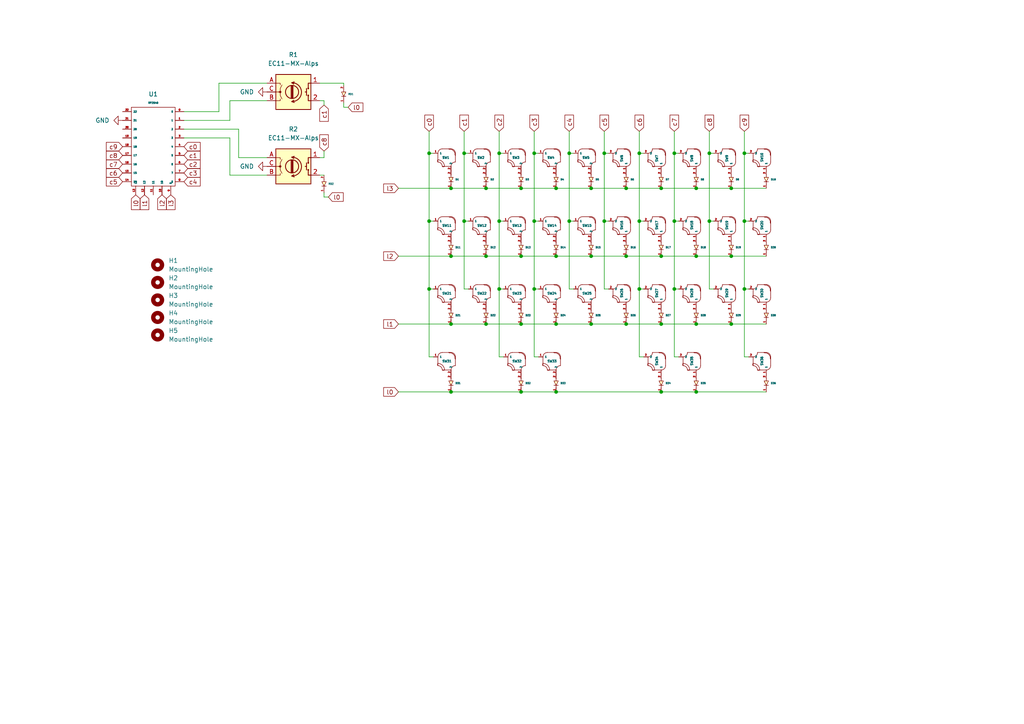
<source format=kicad_sch>
(kicad_sch (version 20211123) (generator eeschema)
  (paper "A4")
  (lib_symbols
    (symbol "Mechanical:MountingHole" (pin_names (offset 1.016))
      (property "Reference" "H" (at 0 5.08 0))
      (property "Value" "MountingHole" (at 0 3.175 0))
      (symbol "MountingHole_0_1"
        (circle (center 0 0) (radius 1.27) (stroke (width 1.27)))
      )
    )
    (symbol "keyb:Diode"
      (property "Reference" "D" (at -0.635 -1.27 0))
      (symbol "Diode_0_1"
        (polyline (pts (xy -1.27 0) (xy -0.635 0)))
        (polyline (pts (xy 0.635 0) (xy 1.27 0)))
        (polyline (pts (xy -0.635 0.635) (xy -0.635 -0.635) (xy -0.635 0)))
        (polyline (pts (xy -0.635 0) (xy 0.635 0.635) (xy 0.635 -0.635) (xy -0.635 0)) (fill (type background)))
      )
      (symbol "Diode_1_1"
        (pin bidirectional line (at -2.54 0 0) (length 1.27) (name "") (number "1"))
        (pin bidirectional line (at 2.54 0 180) (length 1.27) (name "") (number "2"))
      )
    )
    (symbol "keyb:EC11-MX-Alps" (pin_names (offset 0.254) hide)
      (property "Reference" "SW" (at 0 6.604 0))
      (property "Value" "EC11-MX-Alps" (at 0 -6.604 0))
      (symbol "EC11-MX-Alps_0_1"
        (rectangle (start -5.08 5.08) (end 5.08 -5.08) (stroke (width 0.254)) (fill (type background)))
        (circle (center -3.81 0) (radius 0.254) (fill (type outline)))
        (arc (start -0.381 -2.794) (mid 2.3622 -0.0508) (end -0.381 2.667) (stroke (width 0.254)))
        (circle (center -0.381 0) (radius 1.905) (stroke (width 0.254)))
        (polyline (pts (xy -0.635 -1.778) (xy -0.635 1.778)) (stroke (width 0.254)))
        (polyline (pts (xy -0.381 -1.778) (xy -0.381 1.778)) (stroke (width 0.254)))
        (polyline (pts (xy -0.127 1.778) (xy -0.127 -1.778)) (stroke (width 0.254)))
        (polyline (pts (xy 3.81 0) (xy 3.429 0)) (stroke (width 0.254)))
        (polyline (pts (xy 3.81 1.016) (xy 3.81 -1.016)) (stroke (width 0.254)))
        (polyline (pts (xy -5.08 -2.54) (xy -3.81 -2.54) (xy -3.81 -2.032)))
        (polyline (pts (xy -5.08 2.54) (xy -3.81 2.54) (xy -3.81 2.032)))
        (polyline (pts (xy 0.254 -3.048) (xy -0.508 -2.794) (xy 0.127 -2.413)) (stroke (width 0.254)))
        (polyline (pts (xy 0.254 2.921) (xy -0.508 2.667) (xy 0.127 2.286)) (stroke (width 0.254)))
        (polyline (pts (xy 5.08 -2.54) (xy 4.318 -2.54) (xy 4.318 -1.016)) (stroke (width 0.254)))
        (polyline (pts (xy 5.08 2.54) (xy 4.318 2.54) (xy 4.318 1.016)) (stroke (width 0.254)))
        (polyline (pts (xy -5.08 0) (xy -3.81 0) (xy -3.81 -1.016) (xy -3.302 -2.032)))
        (polyline (pts (xy -4.318 0) (xy -3.81 0) (xy -3.81 1.016) (xy -3.302 2.032)))
        (circle (center 4.318 -1.016) (radius 0.127) (stroke (width 0.254)))
        (circle (center 4.318 1.016) (radius 0.127) (stroke (width 0.254)))
      )
      (symbol "EC11-MX-Alps_1_1"
        (pin passive line (at 7.62 2.54 180) (length 2.54) (name "1") (number "1"))
        (pin passive line (at 7.62 -2.54 180) (length 2.54) (name "2") (number "2"))
        (pin passive line (at -7.62 2.54 0) (length 2.54) (name "A") (number "A"))
        (pin passive line (at -7.62 -2.54 0) (length 2.54) (name "B") (number "B"))
        (pin passive line (at -7.62 0 0) (length 2.54) (name "C") (number "C"))
      )
    )
    (symbol "keyb:RP2040"
      (property "Reference" "U" (at 0 1.27 0))
      (property "Value" "RP2040" (at 0 -2.54 0))
      (symbol "RP2040_0_1"
        (rectangle (start -6.35 11.43) (end 6.35 -11.43))
      )
      (symbol "RP2040_1_1"
        (pin bidirectional line (at 8.89 10.16 180) (length 2.54) (name "0") (number "0"))
        (pin bidirectional line (at 8.89 7.62 180) (length 2.54) (name "1") (number "1"))
        (pin bidirectional line (at 2.54 -13.97 90) (length 2.54) (name "10") (number "10"))
        (pin bidirectional line (at 0 -13.97 90) (length 2.54) (name "11") (number "11"))
        (pin bidirectional line (at -2.54 -13.97 90) (length 2.54) (name "12") (number "12"))
        (pin bidirectional line (at -5.08 -13.97 90) (length 2.54) (name "13") (number "13"))
        (pin bidirectional line (at -8.89 -10.16 0) (length 2.54) (name "14") (number "14"))
        (pin bidirectional line (at -8.89 -7.62 0) (length 2.54) (name "15") (number "15"))
        (pin bidirectional line (at -8.89 -5.08 0) (length 2.54) (name "16") (number "16"))
        (pin bidirectional line (at -8.89 -2.54 0) (length 2.54) (name "17") (number "17"))
        (pin bidirectional line (at -8.89 0 0) (length 2.54) (name "18") (number "18"))
        (pin bidirectional line (at -8.89 2.54 0) (length 2.54) (name "19") (number "19"))
        (pin bidirectional line (at 8.89 5.08 180) (length 2.54) (name "2") (number "2"))
        (pin bidirectional line (at -8.89 5.08 0) (length 2.54) (name "20") (number "20"))
        (pin bidirectional line (at -8.89 7.62 0) (length 2.54) (name "21") (number "21"))
        (pin bidirectional line (at -8.89 10.16 0) (length 2.54) (name "22") (number "22"))
        (pin bidirectional line (at 8.89 2.54 180) (length 2.54) (name "3") (number "3"))
        (pin bidirectional line (at 8.89 0 180) (length 2.54) (name "4") (number "4"))
        (pin bidirectional line (at 8.89 -2.54 180) (length 2.54) (name "5") (number "5"))
        (pin bidirectional line (at 8.89 -5.08 180) (length 2.54) (name "6") (number "6"))
        (pin bidirectional line (at 8.89 -7.62 180) (length 2.54) (name "7") (number "7"))
        (pin bidirectional line (at 8.89 -10.16 180) (length 2.54) (name "8") (number "8"))
        (pin bidirectional line (at 5.08 -13.97 90) (length 2.54) (name "9") (number "9"))
      )
    )
    (symbol "keyb:key"
      (property "Reference" "SW" (at 0 0 0))
      (symbol "key_0_1"
        (arc (start -2.54 -0.635) (mid -2.6715 -0.9525) (end -2.54 -1.27))
        (arc (start -1.27 -2.54) (mid -1.642 -1.642) (end -2.54 -1.27))
        (arc (start -1.27 -2.54) (mid -0.9525 -2.6715) (end -0.635 -2.54))
        (arc (start -1.27 2.54) (mid -2.168 2.168) (end -2.54 1.27))
        (arc (start -0.635 -2.54) (mid -1.1935 -1.1935) (end -2.54 -0.635))
        (polyline (pts (xy -2.54 -1.27) (xy -2.54 1.27)))
        (polyline (pts (xy -1.27 -2.54) (xy 1.27 -2.54)))
        (polyline (pts (xy 1.27 2.54) (xy -1.27 2.54)))
        (polyline (pts (xy 2.54 -1.27) (xy 2.54 1.27)))
        (arc (start 0.635 2.54) (mid 0.9525 1.7735) (end 1.27 2.54))
        (arc (start 2.54 -1.27) (mid 0.372 -0.372) (end 1.27 -2.54))
        (arc (start 2.54 0.635) (mid 3.887 3.887) (end 0.635 2.54))
        (arc (start 2.54 1.27) (mid 3.438 3.438) (end 1.27 2.54))
        (arc (start 2.54 1.27) (mid 1.7735 0.9525) (end 2.54 0.635))
      )
      (symbol "key_1_1"
        (pin bidirectional line (at -3.81 1.27 0) (length 1.27) (name "1") (number "1"))
        (pin bidirectional line (at 1.27 -3.81 90) (length 1.27) (name "2") (number "2"))
      )
    )
    (symbol "power:GND" (power) (pin_names (offset 0))
      (property "Value" "GND" (at 0 -3.81 0))
      (symbol "GND_0_1"
        (polyline (pts (xy 0 0) (xy 0 -1.27) (xy 1.27 -1.27) (xy 0 -2.54) (xy -1.27 -1.27) (xy 0 -1.27)))
      )
      (symbol "GND_1_1"
        (pin power_in line (at 0 0 270) (length 0) hide (name "GND") (number "1"))
      )
    )
  )
  (junction (at 215.9 44.45))
  (junction (at 144.78 44.45))
  (junction (at 181.61 93.98))
  (junction (at 130.81 113.665))
  (junction (at 140.97 54.61))
  (junction (at 191.77 113.665))
  (junction (at 161.29 113.665))
  (junction (at 175.26 44.45))
  (junction (at 171.45 93.98))
  (junction (at 215.9 64.135))
  (junction (at 201.93 74.295))
  (junction (at 151.13 93.98))
  (junction (at 124.46 83.82))
  (junction (at 154.94 64.135))
  (junction (at 205.74 64.135))
  (junction (at 165.1 44.45))
  (junction (at 191.77 54.61))
  (junction (at 181.61 54.61))
  (junction (at 130.81 93.98))
  (junction (at 201.93 93.98))
  (junction (at 140.97 74.295))
  (junction (at 140.97 93.98))
  (junction (at 171.45 74.295))
  (junction (at 191.77 93.98))
  (junction (at 161.29 74.295))
  (junction (at 191.77 74.295))
  (junction (at 134.62 44.45))
  (junction (at 212.09 74.295))
  (junction (at 144.78 64.135))
  (junction (at 154.94 44.45))
  (junction (at 195.58 44.45))
  (junction (at 151.13 54.61))
  (junction (at 144.78 83.82))
  (junction (at 171.45 54.61))
  (junction (at 195.58 64.135))
  (junction (at 185.42 44.45))
  (junction (at 195.58 83.82))
  (junction (at 151.13 74.295))
  (junction (at 161.29 93.98))
  (junction (at 201.93 54.61))
  (junction (at 181.61 74.295))
  (junction (at 161.29 54.61))
  (junction (at 130.81 54.61))
  (junction (at 134.62 64.135))
  (junction (at 201.93 113.665))
  (junction (at 165.1 64.135))
  (junction (at 124.46 64.135))
  (junction (at 215.9 83.82))
  (junction (at 185.42 83.82))
  (junction (at 151.13 113.665))
  (junction (at 175.26 64.135))
  (junction (at 212.09 54.61))
  (junction (at 185.42 64.135))
  (junction (at 205.74 44.45))
  (junction (at 212.09 93.98))
  (junction (at 154.94 83.82))
  (junction (at 130.81 74.295))
  (junction (at 124.46 44.45))
  (wire (pts (xy 93.98 30.48) (xy 93.98 29.21)))
  (wire (pts (xy 175.26 38.1) (xy 175.26 44.45)))
  (wire (pts (xy 171.45 93.98) (xy 181.61 93.98)))
  (wire (pts (xy 99.695 24.13) (xy 99.695 24.765)))
  (wire (pts (xy 140.97 54.61) (xy 151.13 54.61)))
  (wire (pts (xy 92.71 50.8) (xy 93.98 50.8)))
  (wire (pts (xy 215.9 44.45) (xy 217.17 44.45)))
  (wire (pts (xy 144.78 44.45) (xy 144.78 64.135)))
  (wire (pts (xy 92.71 24.13) (xy 99.695 24.13)))
  (wire (pts (xy 175.26 44.45) (xy 175.26 64.135)))
  (wire (pts (xy 99.695 31.115) (xy 100.965 31.115)))
  (wire (pts (xy 151.13 93.98) (xy 161.29 93.98)))
  (wire (pts (xy 181.61 93.98) (xy 191.77 93.98)))
  (wire (pts (xy 215.9 64.135) (xy 215.9 83.82)))
  (wire (pts (xy 151.13 54.61) (xy 161.29 54.61)))
  (wire (pts (xy 93.98 43.815) (xy 93.98 45.72)))
  (wire (pts (xy 161.29 54.61) (xy 171.45 54.61)))
  (wire (pts (xy 195.58 103.505) (xy 196.85 103.505)))
  (wire (pts (xy 69.215 45.72) (xy 77.47 45.72)))
  (wire (pts (xy 134.62 44.45) (xy 134.62 64.135)))
  (wire (pts (xy 154.94 64.135) (xy 154.94 83.82)))
  (wire (pts (xy 130.81 74.295) (xy 115.57 74.295)))
  (wire (pts (xy 181.61 54.61) (xy 191.77 54.61)))
  (wire (pts (xy 93.98 57.15) (xy 95.25 57.15)))
  (wire (pts (xy 205.74 64.135) (xy 207.01 64.135)))
  (wire (pts (xy 175.26 44.45) (xy 176.53 44.45)))
  (wire (pts (xy 212.09 93.98) (xy 222.25 93.98)))
  (wire (pts (xy 201.93 93.98) (xy 212.09 93.98)))
  (wire (pts (xy 161.29 93.98) (xy 171.45 93.98)))
  (wire (pts (xy 215.9 44.45) (xy 215.9 64.135)))
  (wire (pts (xy 154.94 103.505) (xy 156.21 103.505)))
  (wire (pts (xy 165.1 38.1) (xy 165.1 44.45)))
  (wire (pts (xy 161.29 74.295) (xy 151.13 74.295)))
  (wire (pts (xy 53.34 40.005) (xy 66.675 40.005)))
  (wire (pts (xy 154.94 44.45) (xy 154.94 64.135)))
  (wire (pts (xy 151.13 113.665) (xy 161.29 113.665)))
  (wire (pts (xy 185.42 64.135) (xy 186.69 64.135)))
  (wire (pts (xy 212.09 54.61) (xy 222.25 54.61)))
  (wire (pts (xy 201.93 54.61) (xy 212.09 54.61)))
  (wire (pts (xy 92.71 45.72) (xy 93.98 45.72)))
  (wire (pts (xy 165.1 83.82) (xy 166.37 83.82)))
  (wire (pts (xy 99.695 29.845) (xy 99.695 31.115)))
  (wire (pts (xy 77.47 29.21) (xy 66.675 29.21)))
  (wire (pts (xy 144.78 83.82) (xy 146.05 83.82)))
  (wire (pts (xy 63.5 24.13) (xy 77.47 24.13)))
  (wire (pts (xy 77.47 50.8) (xy 66.675 50.8)))
  (wire (pts (xy 201.93 113.665) (xy 222.25 113.665)))
  (wire (pts (xy 53.34 32.385) (xy 63.5 32.385)))
  (wire (pts (xy 175.26 64.135) (xy 176.53 64.135)))
  (wire (pts (xy 195.58 38.1) (xy 195.58 44.45)))
  (wire (pts (xy 130.81 54.61) (xy 140.97 54.61)))
  (wire (pts (xy 205.74 83.82) (xy 207.01 83.82)))
  (wire (pts (xy 195.58 64.135) (xy 196.85 64.135)))
  (wire (pts (xy 124.46 64.135) (xy 124.46 83.82)))
  (wire (pts (xy 175.26 64.135) (xy 175.26 83.82)))
  (wire (pts (xy 215.9 103.505) (xy 217.17 103.505)))
  (wire (pts (xy 215.9 64.135) (xy 217.17 64.135)))
  (wire (pts (xy 140.97 93.98) (xy 151.13 93.98)))
  (wire (pts (xy 195.58 44.45) (xy 195.58 64.135)))
  (wire (pts (xy 215.9 83.82) (xy 215.9 103.505)))
  (wire (pts (xy 69.215 45.72) (xy 69.215 37.465)))
  (wire (pts (xy 175.26 83.82) (xy 176.53 83.82)))
  (wire (pts (xy 53.34 34.925) (xy 66.675 34.925)))
  (wire (pts (xy 66.675 50.8) (xy 66.675 40.005)))
  (wire (pts (xy 171.45 54.61) (xy 181.61 54.61)))
  (wire (pts (xy 124.46 64.135) (xy 125.73 64.135)))
  (wire (pts (xy 130.81 113.665) (xy 151.13 113.665)))
  (wire (pts (xy 124.46 38.1) (xy 124.46 44.45)))
  (wire (pts (xy 185.42 44.45) (xy 186.69 44.45)))
  (wire (pts (xy 215.9 83.82) (xy 217.17 83.82)))
  (wire (pts (xy 124.46 83.82) (xy 125.73 83.82)))
  (wire (pts (xy 140.97 74.295) (xy 130.81 74.295)))
  (wire (pts (xy 134.62 64.135) (xy 135.89 64.135)))
  (wire (pts (xy 205.74 44.45) (xy 207.01 44.45)))
  (wire (pts (xy 144.78 103.505) (xy 146.05 103.505)))
  (wire (pts (xy 144.78 38.1) (xy 144.78 44.45)))
  (wire (pts (xy 171.45 74.295) (xy 161.29 74.295)))
  (wire (pts (xy 185.42 38.1) (xy 185.42 44.45)))
  (wire (pts (xy 205.74 44.45) (xy 205.74 64.135)))
  (wire (pts (xy 165.1 64.135) (xy 166.37 64.135)))
  (wire (pts (xy 205.74 38.1) (xy 205.74 44.45)))
  (wire (pts (xy 201.93 74.295) (xy 191.77 74.295)))
  (wire (pts (xy 115.57 113.665) (xy 130.81 113.665)))
  (wire (pts (xy 215.9 38.1) (xy 215.9 44.45)))
  (wire (pts (xy 134.62 83.82) (xy 135.89 83.82)))
  (wire (pts (xy 93.98 29.21) (xy 92.71 29.21)))
  (wire (pts (xy 154.94 83.82) (xy 156.21 83.82)))
  (wire (pts (xy 185.42 44.45) (xy 185.42 64.135)))
  (wire (pts (xy 53.34 37.465) (xy 69.215 37.465)))
  (wire (pts (xy 134.62 44.45) (xy 135.89 44.45)))
  (wire (pts (xy 124.46 44.45) (xy 124.46 64.135)))
  (wire (pts (xy 130.81 93.98) (xy 115.57 93.98)))
  (wire (pts (xy 185.42 83.82) (xy 186.69 83.82)))
  (wire (pts (xy 124.46 103.505) (xy 125.73 103.505)))
  (wire (pts (xy 115.57 54.61) (xy 130.81 54.61)))
  (wire (pts (xy 191.77 74.295) (xy 181.61 74.295)))
  (wire (pts (xy 134.62 64.135) (xy 134.62 83.82)))
  (wire (pts (xy 195.58 83.82) (xy 195.58 103.505)))
  (wire (pts (xy 191.77 113.665) (xy 201.93 113.665)))
  (wire (pts (xy 144.78 44.45) (xy 146.05 44.45)))
  (wire (pts (xy 154.94 83.82) (xy 154.94 103.505)))
  (wire (pts (xy 134.62 38.1) (xy 134.62 44.45)))
  (wire (pts (xy 205.74 64.135) (xy 205.74 83.82)))
  (wire (pts (xy 195.58 64.135) (xy 195.58 83.82)))
  (wire (pts (xy 144.78 64.135) (xy 146.05 64.135)))
  (wire (pts (xy 195.58 83.82) (xy 196.85 83.82)))
  (wire (pts (xy 151.13 74.295) (xy 140.97 74.295)))
  (wire (pts (xy 195.58 44.45) (xy 196.85 44.45)))
  (wire (pts (xy 124.46 44.45) (xy 125.73 44.45)))
  (wire (pts (xy 185.42 64.135) (xy 185.42 83.82)))
  (wire (pts (xy 185.42 103.505) (xy 186.69 103.505)))
  (wire (pts (xy 165.1 44.45) (xy 166.37 44.45)))
  (wire (pts (xy 212.09 74.295) (xy 201.93 74.295)))
  (wire (pts (xy 161.29 113.665) (xy 191.77 113.665)))
  (wire (pts (xy 185.42 83.82) (xy 185.42 103.505)))
  (wire (pts (xy 124.46 83.82) (xy 124.46 103.505)))
  (wire (pts (xy 181.61 74.295) (xy 171.45 74.295)))
  (wire (pts (xy 140.97 93.98) (xy 130.81 93.98)))
  (wire (pts (xy 63.5 24.13) (xy 63.5 32.385)))
  (wire (pts (xy 191.77 93.98) (xy 201.93 93.98)))
  (wire (pts (xy 93.98 55.88) (xy 93.98 57.15)))
  (wire (pts (xy 154.94 64.135) (xy 156.21 64.135)))
  (wire (pts (xy 165.1 44.45) (xy 165.1 64.135)))
  (wire (pts (xy 165.1 64.135) (xy 165.1 83.82)))
  (wire (pts (xy 154.94 38.1) (xy 154.94 44.45)))
  (wire (pts (xy 66.675 29.21) (xy 66.675 34.925)))
  (wire (pts (xy 191.77 54.61) (xy 201.93 54.61)))
  (wire (pts (xy 144.78 64.135) (xy 144.78 83.82)))
  (wire (pts (xy 222.25 74.295) (xy 212.09 74.295)))
  (wire (pts (xy 144.78 83.82) (xy 144.78 103.505)))
  (wire (pts (xy 154.94 44.45) (xy 156.21 44.45)))
  (global_label "c4" (shape input) (at 165.1 38.1 90) (property "Références Inter-Feuilles" "${INTERSHEET_REFS}" (effects hide)))
  (global_label "c6" (shape input) (at 35.56 50.165 180) (property "Références Inter-Feuilles" "${INTERSHEET_REFS}" (effects hide)))
  (global_label "c1" (shape input) (at 134.62 38.1 90) (property "Références Inter-Feuilles" "${INTERSHEET_REFS}" (effects hide)))
  (global_label "c7" (shape input) (at 35.56 47.625 180) (property "Références Inter-Feuilles" "${INTERSHEET_REFS}" (effects hide)))
  (global_label "l3" (shape input) (at 115.57 54.61 180) (property "Références Inter-Feuilles" "${INTERSHEET_REFS}" (effects hide)))
  (global_label "l0" (shape input) (at 95.25 57.15 0) (property "Références Inter-Feuilles" "${INTERSHEET_REFS}" (effects hide)))
  (global_label "c8" (shape input) (at 35.56 45.085 180) (property "Références Inter-Feuilles" "${INTERSHEET_REFS}" (effects hide)))
  (global_label "c7" (shape input) (at 195.58 38.1 90) (property "Références Inter-Feuilles" "${INTERSHEET_REFS}" (effects hide)))
  (global_label "l0" (shape input) (at 115.57 113.665 180) (property "Références Inter-Feuilles" "${INTERSHEET_REFS}" (effects hide)))
  (global_label "c2" (shape input) (at 53.34 47.625 0) (property "Références Inter-Feuilles" "${INTERSHEET_REFS}" (effects hide)))
  (global_label "c9" (shape input) (at 35.56 42.545 180) (property "Références Inter-Feuilles" "${INTERSHEET_REFS}" (effects hide)))
  (global_label "c0" (shape input) (at 53.34 42.545 0) (property "Références Inter-Feuilles" "${INTERSHEET_REFS}" (effects hide)))
  (global_label "c5" (shape input) (at 175.26 38.1 90) (property "Références Inter-Feuilles" "${INTERSHEET_REFS}" (effects hide)))
  (global_label "l0" (shape input) (at 39.37 56.515 270) (property "Références Inter-Feuilles" "${INTERSHEET_REFS}" (effects hide)))
  (global_label "l1" (shape input) (at 115.57 93.98 180) (property "Références Inter-Feuilles" "${INTERSHEET_REFS}" (effects hide)))
  (global_label "c4" (shape input) (at 53.34 52.705 0) (property "Références Inter-Feuilles" "${INTERSHEET_REFS}" (effects hide)))
  (global_label "c0" (shape input) (at 124.46 38.1 90) (property "Références Inter-Feuilles" "${INTERSHEET_REFS}" (effects hide)))
  (global_label "c6" (shape input) (at 185.42 38.1 90) (property "Références Inter-Feuilles" "${INTERSHEET_REFS}" (effects hide)))
  (global_label "l1" (shape input) (at 41.91 56.515 270) (property "Références Inter-Feuilles" "${INTERSHEET_REFS}" (effects hide)))
  (global_label "l3" (shape input) (at 49.53 56.515 270) (property "Références Inter-Feuilles" "${INTERSHEET_REFS}" (effects hide)))
  (global_label "l2" (shape input) (at 115.57 74.295 180) (property "Références Inter-Feuilles" "${INTERSHEET_REFS}" (effects hide)))
  (global_label "c9" (shape input) (at 215.9 38.1 90) (property "Références Inter-Feuilles" "${INTERSHEET_REFS}" (effects hide)))
  (global_label "c8" (shape input) (at 205.74 38.1 90) (property "Références Inter-Feuilles" "${INTERSHEET_REFS}" (effects hide)))
  (global_label "c5" (shape input) (at 35.56 52.705 180) (property "Références Inter-Feuilles" "${INTERSHEET_REFS}" (effects hide)))
  (global_label "c1" (shape input) (at 93.98 30.48 270) (property "Références Inter-Feuilles" "${INTERSHEET_REFS}" (effects hide)))
  (global_label "c3" (shape input) (at 154.94 38.1 90) (property "Références Inter-Feuilles" "${INTERSHEET_REFS}" (effects hide)))
  (global_label "c8" (shape input) (at 93.98 43.815 90) (property "Références Inter-Feuilles" "${INTERSHEET_REFS}" (effects hide)))
  (global_label "c3" (shape input) (at 53.34 50.165 0) (property "Références Inter-Feuilles" "${INTERSHEET_REFS}" (effects hide)))
  (global_label "c2" (shape input) (at 144.78 38.1 90) (property "Références Inter-Feuilles" "${INTERSHEET_REFS}" (effects hide)))
  (global_label "c1" (shape input) (at 53.34 45.085 0) (property "Références Inter-Feuilles" "${INTERSHEET_REFS}" (effects hide)))
  (global_label "l0" (shape input) (at 100.965 31.115 0) (property "Références Inter-Feuilles" "${INTERSHEET_REFS}" (effects hide)))
  (global_label "l2" (shape input) (at 46.99 56.515 270) (property "Références Inter-Feuilles" "${INTERSHEET_REFS}" (effects hide)))
  (symbol (lib_id "Mechanical:MountingHole") (at 45.72 76.835 0) (unit 1)
    (property "Reference" "H1" (at 48.895 75.5649 0) (effects (justify left)))
    (property "Value" "MountingHole" (at 48.895 78.1049 0) (effects (justify left)))
    (property "Footprint" "MountingHole:MountingHole_2.2mm_M2" (effects hide))
  )
  (symbol (lib_id "keyb:key") (at 170.18 85.09 0) (unit 1)
    (property "Reference" "SW25" (at 168.91 85.09 0) (effects (font (size 0.65 0.65)) (justify left)))
    (property "Value" "key" (effects hide))
    (property "Footprint" "keyb-libs:MX-5pin" (effects hide))
  )
  (symbol (lib_id "keyb:key") (at 139.7 45.72 0) (unit 1)
    (property "Reference" "SW2" (at 138.43 45.72 0) (effects (font (size 0.65 0.65)) (justify left)))
    (property "Value" "key" (effects hide))
    (property "Footprint" "keyb-libs:MX-5pin" (effects hide))
  )
  (symbol (lib_id "keyb:Diode") (at 140.97 91.44 90) (unit 1)
    (property "Reference" "D22" (at 142.24 91.44 90) (effects (font (size 0.5 0.5)) (justify right)))
    (property "Value" "Diode" (effects hide))
    (property "Footprint" "keyb-libs:Diode" (effects hide))
  )
  (symbol (lib_id "keyb:key") (at 190.5 104.775 270) (mirror x) (unit 1)
    (property "Reference" "SW34" (at 190.5 106.045 0) (effects (font (size 0.65 0.65)) (justify left)))
    (property "Value" "key" (effects hide))
    (property "Footprint" "keyb-libs:MX-5pin_stab_copy" (effects hide))
  )
  (symbol (lib_id "keyb:Diode") (at 140.97 52.07 90) (unit 1)
    (property "Reference" "D2" (at 142.24 52.07 90) (effects (font (size 0.5 0.5)) (justify right)))
    (property "Value" "Diode" (effects hide))
    (property "Footprint" "keyb-libs:Diode" (effects hide))
  )
  (symbol (lib_id "keyb:Diode") (at 171.45 71.755 90) (unit 1)
    (property "Reference" "D15" (at 172.72 71.755 90) (effects (font (size 0.5 0.5)) (justify right)))
    (property "Value" "Diode" (effects hide))
    (property "Footprint" "keyb-libs:Diode" (effects hide))
  )
  (symbol (lib_id "keyb:Diode") (at 201.93 111.125 90) (unit 1)
    (property "Reference" "D35" (at 203.2 111.125 90) (effects (font (size 0.5 0.5)) (justify right)))
    (property "Value" "Diode" (effects hide))
    (property "Footprint" "keyb-libs:Diode" (effects hide))
  )
  (symbol (lib_id "keyb:Diode") (at 130.81 71.755 90) (unit 1)
    (property "Reference" "D11" (at 132.08 71.755 90) (effects (font (size 0.5 0.5)) (justify right)))
    (property "Value" "Diode" (effects hide))
    (property "Footprint" "keyb-libs:Diode" (effects hide))
  )
  (symbol (lib_id "keyb:Diode") (at 212.09 52.07 90) (unit 1)
    (property "Reference" "D9" (at 213.36 52.07 90) (effects (font (size 0.5 0.5)) (justify right)))
    (property "Value" "Diode" (effects hide))
    (property "Footprint" "keyb-libs:Diode" (effects hide))
  )
  (symbol (lib_id "keyb:Diode") (at 222.25 71.755 90) (unit 1)
    (property "Reference" "D20" (at 223.52 71.755 90) (effects (font (size 0.5 0.5)) (justify right)))
    (property "Value" "Diode" (effects hide))
    (property "Footprint" "keyb-libs:Diode" (effects hide))
  )
  (symbol (lib_id "keyb:key") (at 160.02 45.72 0) (unit 1)
    (property "Reference" "SW4" (at 158.75 45.72 0) (effects (font (size 0.65 0.65)) (justify left)))
    (property "Value" "key" (effects hide))
    (property "Footprint" "keyb-libs:MX-5pin" (effects hide))
  )
  (symbol (lib_id "keyb:key") (at 170.18 45.72 0) (unit 1)
    (property "Reference" "SW5" (at 168.91 45.72 0) (effects (font (size 0.65 0.65)) (justify left)))
    (property "Value" "key" (effects hide))
    (property "Footprint" "keyb-libs:MX-5pin" (effects hide))
  )
  (symbol (lib_id "keyb:Diode") (at 222.25 91.44 90) (unit 1)
    (property "Reference" "D30" (at 223.52 91.44 90) (effects (font (size 0.5 0.5)) (justify right)))
    (property "Value" "Diode" (effects hide))
    (property "Footprint" "keyb-libs:Diode" (effects hide))
  )
  (symbol (lib_id "keyb:Diode") (at 140.97 71.755 90) (unit 1)
    (property "Reference" "D12" (at 142.24 71.755 90) (effects (font (size 0.5 0.5)) (justify right)))
    (property "Value" "Diode" (effects hide))
    (property "Footprint" "keyb-libs:Diode" (effects hide))
  )
  (symbol (lib_id "keyb:Diode") (at 161.29 91.44 90) (unit 1)
    (property "Reference" "D24" (at 162.56 91.44 90) (effects (font (size 0.5 0.5)) (justify right)))
    (property "Value" "Diode" (effects hide))
    (property "Footprint" "keyb-libs:Diode" (effects hide))
  )
  (symbol (lib_id "keyb:EC11-MX-Alps") (at 85.09 26.67 0) (unit 1)
    (property "Reference" "R1" (at 85.09 15.875 0))
    (property "Value" "EC11-MX-Alps" (at 85.09 18.415 0))
    (property "Footprint" "keyb-libs:RotaryEncoder_EC11" (effects hide))
  )
  (symbol (lib_id "Mechanical:MountingHole") (at 45.72 81.915 0) (unit 1)
    (property "Reference" "H2" (at 48.895 80.6449 0) (effects (justify left)))
    (property "Value" "MountingHole" (at 48.895 83.1849 0) (effects (justify left)))
    (property "Footprint" "MountingHole:MountingHole_2.2mm_M2" (effects hide))
  )
  (symbol (lib_id "keyb:key") (at 220.98 65.405 270) (mirror x) (unit 1)
    (property "Reference" "SW20" (at 220.98 66.675 0) (effects (font (size 0.65 0.65)) (justify left)))
    (property "Value" "key" (effects hide))
    (property "Footprint" "keyb-libs:MX-5pin" (effects hide))
  )
  (symbol (lib_id "keyb:key") (at 200.66 85.09 270) (mirror x) (unit 1)
    (property "Reference" "SW28" (at 200.66 86.36 0) (effects (font (size 0.65 0.65)) (justify left)))
    (property "Value" "key" (effects hide))
    (property "Footprint" "keyb-libs:MX-5pin" (effects hide))
  )
  (symbol (lib_id "keyb:key") (at 180.34 65.405 270) (mirror x) (unit 1)
    (property "Reference" "SW16" (at 180.34 66.675 0) (effects (font (size 0.65 0.65)) (justify left)))
    (property "Value" "key" (effects hide))
    (property "Footprint" "keyb-libs:MX-5pin" (effects hide))
  )
  (symbol (lib_id "keyb:Diode") (at 93.98 53.34 90) (unit 1)
    (property "Reference" "RD2" (at 95.25 53.34 90) (effects (font (size 0.5 0.5)) (justify right)))
    (property "Value" "Diode" (effects hide))
    (property "Footprint" "keyb-libs:Diode" (effects hide))
  )
  (symbol (lib_id "keyb:Diode") (at 222.25 111.125 90) (unit 1)
    (property "Reference" "D36" (at 223.52 111.125 90) (effects (font (size 0.5 0.5)) (justify right)))
    (property "Value" "Diode" (effects hide))
    (property "Footprint" "keyb-libs:Diode" (effects hide))
  )
  (symbol (lib_id "keyb:key") (at 180.34 85.09 270) (mirror x) (unit 1)
    (property "Reference" "SW26" (at 180.34 86.36 0) (effects (font (size 0.65 0.65)) (justify left)))
    (property "Value" "key" (effects hide))
    (property "Footprint" "keyb-libs:MX-5pin" (effects hide))
  )
  (symbol (lib_id "keyb:key") (at 149.86 85.09 0) (unit 1)
    (property "Reference" "SW23" (at 148.59 85.09 0) (effects (font (size 0.65 0.65)) (justify left)))
    (property "Value" "key" (effects hide))
    (property "Footprint" "keyb-libs:MX-5pin" (effects hide))
  )
  (symbol (lib_id "keyb:Diode") (at 130.81 91.44 90) (unit 1)
    (property "Reference" "D21" (at 132.08 91.44 90) (effects (font (size 0.5 0.5)) (justify right)))
    (property "Value" "Diode" (effects hide))
    (property "Footprint" "keyb-libs:Diode" (effects hide))
  )
  (symbol (lib_id "keyb:key") (at 149.86 104.775 0) (unit 1)
    (property "Reference" "SW32" (at 148.59 104.775 0) (effects (font (size 0.65 0.65)) (justify left)))
    (property "Value" "key" (effects hide))
    (property "Footprint" "keyb-libs:MX-5pin" (effects hide))
  )
  (symbol (lib_id "keyb:key") (at 139.7 65.405 0) (unit 1)
    (property "Reference" "SW12" (at 138.43 65.405 0) (effects (font (size 0.65 0.65)) (justify left)))
    (property "Value" "key" (effects hide))
    (property "Footprint" "keyb-libs:MX-5pin" (effects hide))
  )
  (symbol (lib_id "keyb:key") (at 200.66 65.405 270) (mirror x) (unit 1)
    (property "Reference" "SW18" (at 200.66 66.675 0) (effects (font (size 0.65 0.65)) (justify left)))
    (property "Value" "key" (effects hide))
    (property "Footprint" "keyb-libs:MX-5pin" (effects hide))
  )
  (symbol (lib_id "keyb:Diode") (at 201.93 52.07 90) (unit 1)
    (property "Reference" "D8" (at 203.2 52.07 90) (effects (font (size 0.5 0.5)) (justify right)))
    (property "Value" "Diode" (effects hide))
    (property "Footprint" "keyb-libs:Diode" (effects hide))
  )
  (symbol (lib_id "keyb:EC11-MX-Alps") (at 85.09 48.26 0) (unit 1)
    (property "Reference" "R2" (at 85.09 37.465 0))
    (property "Value" "EC11-MX-Alps" (at 85.09 40.005 0))
    (property "Footprint" "keyb-libs:RotaryEncoder_EC11" (effects hide))
  )
  (symbol (lib_id "keyb:Diode") (at 191.77 52.07 90) (unit 1)
    (property "Reference" "D7" (at 193.04 52.07 90) (effects (font (size 0.5 0.5)) (justify right)))
    (property "Value" "Diode" (effects hide))
    (property "Footprint" "keyb-libs:Diode" (effects hide))
  )
  (symbol (lib_id "keyb:Diode") (at 191.77 71.755 90) (unit 1)
    (property "Reference" "D17" (at 193.04 71.755 90) (effects (font (size 0.5 0.5)) (justify right)))
    (property "Value" "Diode" (effects hide))
    (property "Footprint" "keyb-libs:Diode" (effects hide))
  )
  (symbol (lib_id "keyb:Diode") (at 171.45 52.07 90) (unit 1)
    (property "Reference" "D5" (at 172.72 52.07 90) (effects (font (size 0.5 0.5)) (justify right)))
    (property "Value" "Diode" (effects hide))
    (property "Footprint" "keyb-libs:Diode" (effects hide))
  )
  (symbol (lib_id "keyb:key") (at 210.82 65.405 270) (mirror x) (unit 1)
    (property "Reference" "SW19" (at 210.82 66.675 0) (effects (font (size 0.65 0.65)) (justify left)))
    (property "Value" "key" (effects hide))
    (property "Footprint" "keyb-libs:MX-5pin" (effects hide))
  )
  (symbol (lib_id "keyb:Diode") (at 191.77 111.125 90) (unit 1)
    (property "Reference" "D34" (at 193.04 111.125 90) (effects (font (size 0.5 0.5)) (justify right)))
    (property "Value" "Diode" (effects hide))
    (property "Footprint" "keyb-libs:Diode" (effects hide))
  )
  (symbol (lib_id "keyb:key") (at 129.54 85.09 0) (unit 1)
    (property "Reference" "SW21" (at 128.27 85.09 0) (effects (font (size 0.65 0.65)) (justify left)))
    (property "Value" "key" (effects hide))
    (property "Footprint" "keyb-libs:MX-5pin" (effects hide))
  )
  (symbol (lib_id "keyb:Diode") (at 181.61 91.44 90) (unit 1)
    (property "Reference" "D26" (at 182.88 91.44 90) (effects (font (size 0.5 0.5)) (justify right)))
    (property "Value" "Diode" (effects hide))
    (property "Footprint" "keyb-libs:Diode" (effects hide))
  )
  (symbol (lib_id "keyb:key") (at 129.54 104.775 0) (unit 1)
    (property "Reference" "SW31" (at 128.27 104.775 0) (effects (font (size 0.65 0.65)) (justify left)))
    (property "Value" "key" (effects hide))
    (property "Footprint" "keyb-libs:MX-5pin" (effects hide))
  )
  (symbol (lib_id "keyb:Diode") (at 161.29 111.125 90) (unit 1)
    (property "Reference" "D33" (at 162.56 111.125 90) (effects (font (size 0.5 0.5)) (justify right)))
    (property "Value" "Diode" (effects hide))
    (property "Footprint" "keyb-libs:Diode" (effects hide))
  )
  (symbol (lib_id "keyb:Diode") (at 171.45 91.44 90) (unit 1)
    (property "Reference" "D25" (at 172.72 91.44 90) (effects (font (size 0.5 0.5)) (justify right)))
    (property "Value" "Diode" (effects hide))
    (property "Footprint" "keyb-libs:Diode" (effects hide))
  )
  (symbol (lib_id "keyb:Diode") (at 151.13 111.125 90) (unit 1)
    (property "Reference" "D32" (at 152.4 111.125 90) (effects (font (size 0.5 0.5)) (justify right)))
    (property "Value" "Diode" (effects hide))
    (property "Footprint" "keyb-libs:Diode" (effects hide))
  )
  (symbol (lib_id "Mechanical:MountingHole") (at 45.72 86.995 0) (unit 1)
    (property "Reference" "H3" (at 48.895 85.7249 0) (effects (justify left)))
    (property "Value" "MountingHole" (at 48.895 88.2649 0) (effects (justify left)))
    (property "Footprint" "MountingHole:MountingHole_2.2mm_M2" (effects hide))
  )
  (symbol (lib_id "keyb:key") (at 170.18 65.405 0) (unit 1)
    (property "Reference" "SW15" (at 168.91 65.405 0) (effects (font (size 0.65 0.65)) (justify left)))
    (property "Value" "key" (effects hide))
    (property "Footprint" "keyb-libs:MX-5pin" (effects hide))
  )
  (symbol (lib_id "keyb:key") (at 160.02 104.775 0) (unit 1)
    (property "Reference" "SW33" (at 158.75 104.775 0) (effects (font (size 0.65 0.65)) (justify left)))
    (property "Value" "key" (effects hide))
    (property "Footprint" "keyb-libs:MX-5pin_stab_copy" (effects hide))
  )
  (symbol (lib_id "keyb:Diode") (at 151.13 91.44 90) (unit 1)
    (property "Reference" "D23" (at 152.4 91.44 90) (effects (font (size 0.5 0.5)) (justify right)))
    (property "Value" "Diode" (effects hide))
    (property "Footprint" "keyb-libs:Diode" (effects hide))
  )
  (symbol (lib_id "keyb:key") (at 160.02 65.405 0) (unit 1)
    (property "Reference" "SW14" (at 158.75 65.405 0) (effects (font (size 0.65 0.65)) (justify left)))
    (property "Value" "key" (effects hide))
    (property "Footprint" "keyb-libs:MX-5pin" (effects hide))
  )
  (symbol (lib_id "keyb:Diode") (at 201.93 71.755 90) (unit 1)
    (property "Reference" "D18" (at 203.2 71.755 90) (effects (font (size 0.5 0.5)) (justify right)))
    (property "Value" "Diode" (effects hide))
    (property "Footprint" "keyb-libs:Diode" (effects hide))
  )
  (symbol (lib_id "keyb:key") (at 190.5 45.72 270) (mirror x) (unit 1)
    (property "Reference" "SW7" (at 190.5 46.99 0) (effects (font (size 0.65 0.65)) (justify left)))
    (property "Value" "key" (effects hide))
    (property "Footprint" "keyb-libs:MX-5pin" (effects hide))
  )
  (symbol (lib_id "keyb:key") (at 220.98 85.09 270) (mirror x) (unit 1)
    (property "Reference" "SW30" (at 220.98 86.36 0) (effects (font (size 0.65 0.65)) (justify left)))
    (property "Value" "key" (effects hide))
    (property "Footprint" "keyb-libs:MX-5pin" (effects hide))
  )
  (symbol (lib_id "keyb:Diode") (at 181.61 71.755 90) (unit 1)
    (property "Reference" "D16" (at 182.88 71.755 90) (effects (font (size 0.5 0.5)) (justify right)))
    (property "Value" "Diode" (effects hide))
    (property "Footprint" "keyb-libs:Diode" (effects hide))
  )
  (symbol (lib_id "keyb:Diode") (at 191.77 91.44 90) (unit 1)
    (property "Reference" "D27" (at 193.04 91.44 90) (effects (font (size 0.5 0.5)) (justify right)))
    (property "Value" "Diode" (effects hide))
    (property "Footprint" "keyb-libs:Diode" (effects hide))
  )
  (symbol (lib_id "keyb:key") (at 190.5 65.405 270) (mirror x) (unit 1)
    (property "Reference" "SW17" (at 190.5 66.675 0) (effects (font (size 0.65 0.65)) (justify left)))
    (property "Value" "key" (effects hide))
    (property "Footprint" "keyb-libs:MX-5pin" (effects hide))
  )
  (symbol (lib_id "keyb:key") (at 200.66 104.775 270) (mirror x) (unit 1)
    (property "Reference" "SW35" (at 200.66 106.045 0) (effects (font (size 0.65 0.65)) (justify left)))
    (property "Value" "key" (effects hide))
    (property "Footprint" "keyb-libs:MX-5pin" (effects hide))
  )
  (symbol (lib_id "keyb:key") (at 210.82 85.09 270) (mirror x) (unit 1)
    (property "Reference" "SW29" (at 210.82 86.36 0) (effects (font (size 0.65 0.65)) (justify left)))
    (property "Value" "key" (effects hide))
    (property "Footprint" "keyb-libs:MX-5pin" (effects hide))
  )
  (symbol (lib_id "Mechanical:MountingHole") (at 45.72 92.075 0) (unit 1)
    (property "Reference" "H4" (at 48.895 90.8049 0) (effects (justify left)))
    (property "Value" "MountingHole" (at 48.895 93.3449 0) (effects (justify left)))
    (property "Footprint" "MountingHole:MountingHole_2.2mm_M2" (effects hide))
  )
  (symbol (lib_id "keyb:Diode") (at 161.29 71.755 90) (unit 1)
    (property "Reference" "D14" (at 162.56 71.755 90) (effects (font (size 0.5 0.5)) (justify right)))
    (property "Value" "Diode" (effects hide))
    (property "Footprint" "keyb-libs:Diode" (effects hide))
  )
  (symbol (lib_id "keyb:Diode") (at 161.29 52.07 90) (unit 1)
    (property "Reference" "D4" (at 162.56 52.07 90) (effects (font (size 0.5 0.5)) (justify right)))
    (property "Value" "Diode" (effects hide))
    (property "Footprint" "keyb-libs:Diode" (effects hide))
  )
  (symbol (lib_id "keyb:key") (at 149.86 45.72 0) (unit 1)
    (property "Reference" "SW3" (at 148.59 45.72 0) (effects (font (size 0.65 0.65)) (justify left)))
    (property "Value" "key" (effects hide))
    (property "Footprint" "keyb-libs:MX-5pin" (effects hide))
  )
  (symbol (lib_id "keyb:Diode") (at 181.61 52.07 90) (unit 1)
    (property "Reference" "D6" (at 182.88 52.07 90) (effects (font (size 0.5 0.5)) (justify right)))
    (property "Value" "Diode" (effects hide))
    (property "Footprint" "keyb-libs:Diode" (effects hide))
  )
  (symbol (lib_id "keyb:key") (at 149.86 65.405 0) (unit 1)
    (property "Reference" "SW13" (at 148.59 65.405 0) (effects (font (size 0.65 0.65)) (justify left)))
    (property "Value" "key" (effects hide))
    (property "Footprint" "keyb-libs:MX-5pin" (effects hide))
  )
  (symbol (lib_id "keyb:key") (at 180.34 45.72 270) (mirror x) (unit 1)
    (property "Reference" "SW6" (at 180.34 46.99 0) (effects (font (size 0.65 0.65)) (justify left)))
    (property "Value" "key" (effects hide))
    (property "Footprint" "keyb-libs:MX-5pin" (effects hide))
  )
  (symbol (lib_id "power:GND") (at 35.56 34.925 270) (unit 1)
    (property "Reference" "#PWR02" (effects hide))
    (property "Value" "GND" (at 31.75 34.9249 90) (effects (justify right)))
  )
  (symbol (lib_id "keyb:Diode") (at 212.09 71.755 90) (unit 1)
    (property "Reference" "D19" (at 213.36 71.755 90) (effects (font (size 0.5 0.5)) (justify right)))
    (property "Value" "Diode" (effects hide))
    (property "Footprint" "keyb-libs:Diode" (effects hide))
  )
  (symbol (lib_id "keyb:Diode") (at 99.695 27.305 90) (unit 1)
    (property "Reference" "RD1" (at 100.965 27.305 90) (effects (font (size 0.5 0.5)) (justify right)))
    (property "Value" "Diode" (effects hide))
    (property "Footprint" "keyb-libs:Diode" (effects hide))
  )
  (symbol (lib_id "keyb:key") (at 129.54 45.72 0) (unit 1)
    (property "Reference" "SW1" (at 128.27 45.72 0) (effects (font (size 0.65 0.65)) (justify left)))
    (property "Value" "key" (effects hide))
    (property "Footprint" "keyb-libs:MX-5pin" (effects hide))
  )
  (symbol (lib_id "power:GND") (at 77.47 26.67 270) (unit 1)
    (property "Reference" "#PWR01" (effects hide))
    (property "Value" "GND" (at 73.66 26.6699 90) (effects (justify right)))
  )
  (symbol (lib_id "keyb:key") (at 200.66 45.72 270) (mirror x) (unit 1)
    (property "Reference" "SW8" (at 200.66 46.99 0) (effects (font (size 0.65 0.65)) (justify left)))
    (property "Value" "key" (effects hide))
    (property "Footprint" "keyb-libs:MX-5pin" (effects hide))
  )
  (symbol (lib_id "keyb:key") (at 220.98 45.72 270) (mirror x) (unit 1)
    (property "Reference" "SW10" (at 220.98 46.99 0) (effects (font (size 0.65 0.65)) (justify left)))
    (property "Value" "key" (effects hide))
    (property "Footprint" "keyb-libs:MX-5pin" (effects hide))
  )
  (symbol (lib_id "keyb:Diode") (at 151.13 52.07 90) (unit 1)
    (property "Reference" "D3" (at 152.4 52.07 90) (effects (font (size 0.5 0.5)) (justify right)))
    (property "Value" "Diode" (effects hide))
    (property "Footprint" "keyb-libs:Diode" (effects hide))
  )
  (symbol (lib_id "keyb:RP2040") (at 44.45 42.545 0) (unit 1)
    (property "Reference" "U1" (at 44.45 27.305 0))
    (property "Value" "RP2040" (at 44.45 29.845 0) (effects (font (size 0.5 0.5))))
    (property "Footprint" "keyb-libs:RP2040" (effects hide))
  )
  (symbol (lib_id "keyb:key") (at 190.5 85.09 270) (mirror x) (unit 1)
    (property "Reference" "SW27" (at 190.5 86.36 0) (effects (font (size 0.65 0.65)) (justify left)))
    (property "Value" "key" (effects hide))
    (property "Footprint" "keyb-libs:MX-5pin" (effects hide))
  )
  (symbol (lib_id "keyb:key") (at 220.98 104.775 270) (mirror x) (unit 1)
    (property "Reference" "SW36" (at 220.98 106.045 0) (effects (font (size 0.65 0.65)) (justify left)))
    (property "Value" "key" (effects hide))
    (property "Footprint" "keyb-libs:MX-5pin" (effects hide))
  )
  (symbol (lib_id "keyb:key") (at 129.54 65.405 0) (unit 1)
    (property "Reference" "SW11" (at 128.27 65.405 0) (effects (font (size 0.65 0.65)) (justify left)))
    (property "Value" "key" (effects hide))
    (property "Footprint" "keyb-libs:MX-5pin" (effects hide))
  )
  (symbol (lib_id "keyb:Diode") (at 212.09 91.44 90) (unit 1)
    (property "Reference" "D29" (at 213.36 91.44 90) (effects (font (size 0.5 0.5)) (justify right)))
    (property "Value" "Diode" (effects hide))
    (property "Footprint" "keyb-libs:Diode" (effects hide))
  )
  (symbol (lib_id "Mechanical:MountingHole") (at 45.72 97.155 0) (unit 1)
    (property "Reference" "H5" (at 48.895 95.8849 0) (effects (justify left)))
    (property "Value" "MountingHole" (at 48.895 98.4249 0) (effects (justify left)))
    (property "Footprint" "MountingHole:MountingHole_2.2mm_M2" (effects hide))
  )
  (symbol (lib_id "keyb:Diode") (at 130.81 52.07 90) (unit 1)
    (property "Reference" "D1" (at 132.08 52.07 90) (effects (font (size 0.5 0.5)) (justify right)))
    (property "Value" "Diode" (effects hide))
    (property "Footprint" "keyb-libs:Diode" (effects hide))
  )
  (symbol (lib_id "keyb:key") (at 160.02 85.09 0) (unit 1)
    (property "Reference" "SW24" (at 158.75 85.09 0) (effects (font (size 0.65 0.65)) (justify left)))
    (property "Value" "key" (effects hide))
    (property "Footprint" "keyb-libs:MX-5pin" (effects hide))
  )
  (symbol (lib_id "power:GND") (at 77.47 48.26 270) (unit 1)
    (property "Reference" "#PWR03" (effects hide))
    (property "Value" "GND" (at 73.66 48.2599 90) (effects (justify right)))
  )
  (symbol (lib_id "keyb:key") (at 210.82 45.72 270) (mirror x) (unit 1)
    (property "Reference" "SW9" (at 210.82 46.99 0) (effects (font (size 0.65 0.65)) (justify left)))
    (property "Value" "key" (effects hide))
    (property "Footprint" "keyb-libs:MX-5pin" (effects hide))
  )
  (symbol (lib_id "keyb:Diode") (at 201.93 91.44 90) (unit 1)
    (property "Reference" "D28" (at 203.2 91.44 90) (effects (font (size 0.5 0.5)) (justify right)))
    (property "Value" "Diode" (effects hide))
    (property "Footprint" "keyb-libs:Diode" (effects hide))
  )
  (symbol (lib_id "keyb:Diode") (at 130.81 111.125 90) (unit 1)
    (property "Reference" "D31" (at 132.08 111.125 90) (effects (font (size 0.5 0.5)) (justify right)))
    (property "Value" "Diode" (effects hide))
    (property "Footprint" "keyb-libs:Diode" (effects hide))
  )
  (symbol (lib_id "keyb:key") (at 139.7 85.09 0) (unit 1)
    (property "Reference" "SW22" (at 138.43 85.09 0) (effects (font (size 0.65 0.65)) (justify left)))
    (property "Value" "key" (effects hide))
    (property "Footprint" "keyb-libs:MX-5pin" (effects hide))
  )
  (symbol (lib_id "keyb:Diode") (at 151.13 71.755 90) (unit 1)
    (property "Reference" "D13" (at 152.4 71.755 90) (effects (font (size 0.5 0.5)) (justify right)))
    (property "Value" "Diode" (effects hide))
    (property "Footprint" "keyb-libs:Diode" (effects hide))
  )
  (symbol (lib_id "keyb:Diode") (at 222.25 52.07 90) (unit 1)
    (property "Reference" "D10" (at 223.52 52.07 90) (effects (font (size 0.5 0.5)) (justify right)))
    (property "Value" "Diode" (effects hide))
    (property "Footprint" "keyb-libs:Diode" (effects hide))
  )
)
</source>
